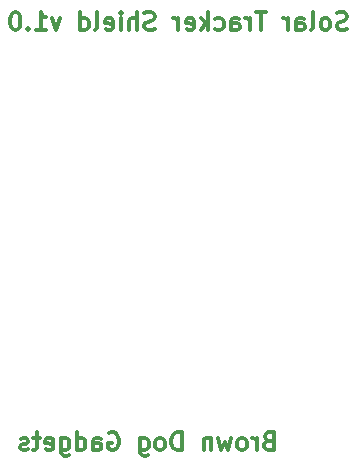
<source format=gbo>
%TF.GenerationSoftware,KiCad,Pcbnew,4.0.5-e0-6337~49~ubuntu16.04.1*%
%TF.CreationDate,2017-05-08T14:00:32-07:00*%
%TF.ProjectId,Arduino-Shield,41726475696E6F2D536869656C642E6B,1.0*%
%TF.FileFunction,Legend,Bot*%
%FSLAX46Y46*%
G04 Gerber Fmt 4.6, Leading zero omitted, Abs format (unit mm)*
G04 Created by KiCad (PCBNEW 4.0.5-e0-6337~49~ubuntu16.04.1) date Mon May  8 14:00:32 2017*
%MOMM*%
%LPD*%
G01*
G04 APERTURE LIST*
%ADD10C,0.350000*%
%ADD11C,0.300000*%
%ADD12C,2.151380*%
%ADD13R,2.184400X1.879600*%
%ADD14O,2.184400X1.879600*%
%ADD15R,2.184400X2.184400*%
%ADD16O,2.184400X2.184400*%
%ADD17O,1.676400X2.692400*%
G04 APERTURE END LIST*
D10*
D11*
X50536714Y-91205857D02*
X50322428Y-91277286D01*
X50251000Y-91348714D01*
X50179571Y-91491571D01*
X50179571Y-91705857D01*
X50251000Y-91848714D01*
X50322428Y-91920143D01*
X50465286Y-91991571D01*
X51036714Y-91991571D01*
X51036714Y-90491571D01*
X50536714Y-90491571D01*
X50393857Y-90563000D01*
X50322428Y-90634429D01*
X50251000Y-90777286D01*
X50251000Y-90920143D01*
X50322428Y-91063000D01*
X50393857Y-91134429D01*
X50536714Y-91205857D01*
X51036714Y-91205857D01*
X49536714Y-91991571D02*
X49536714Y-90991571D01*
X49536714Y-91277286D02*
X49465286Y-91134429D01*
X49393857Y-91063000D01*
X49251000Y-90991571D01*
X49108143Y-90991571D01*
X48393857Y-91991571D02*
X48536715Y-91920143D01*
X48608143Y-91848714D01*
X48679572Y-91705857D01*
X48679572Y-91277286D01*
X48608143Y-91134429D01*
X48536715Y-91063000D01*
X48393857Y-90991571D01*
X48179572Y-90991571D01*
X48036715Y-91063000D01*
X47965286Y-91134429D01*
X47893857Y-91277286D01*
X47893857Y-91705857D01*
X47965286Y-91848714D01*
X48036715Y-91920143D01*
X48179572Y-91991571D01*
X48393857Y-91991571D01*
X47393857Y-90991571D02*
X47108143Y-91991571D01*
X46822429Y-91277286D01*
X46536714Y-91991571D01*
X46251000Y-90991571D01*
X45679571Y-90991571D02*
X45679571Y-91991571D01*
X45679571Y-91134429D02*
X45608143Y-91063000D01*
X45465285Y-90991571D01*
X45251000Y-90991571D01*
X45108143Y-91063000D01*
X45036714Y-91205857D01*
X45036714Y-91991571D01*
X43179571Y-91991571D02*
X43179571Y-90491571D01*
X42822428Y-90491571D01*
X42608143Y-90563000D01*
X42465285Y-90705857D01*
X42393857Y-90848714D01*
X42322428Y-91134429D01*
X42322428Y-91348714D01*
X42393857Y-91634429D01*
X42465285Y-91777286D01*
X42608143Y-91920143D01*
X42822428Y-91991571D01*
X43179571Y-91991571D01*
X41465285Y-91991571D02*
X41608143Y-91920143D01*
X41679571Y-91848714D01*
X41751000Y-91705857D01*
X41751000Y-91277286D01*
X41679571Y-91134429D01*
X41608143Y-91063000D01*
X41465285Y-90991571D01*
X41251000Y-90991571D01*
X41108143Y-91063000D01*
X41036714Y-91134429D01*
X40965285Y-91277286D01*
X40965285Y-91705857D01*
X41036714Y-91848714D01*
X41108143Y-91920143D01*
X41251000Y-91991571D01*
X41465285Y-91991571D01*
X39679571Y-90991571D02*
X39679571Y-92205857D01*
X39751000Y-92348714D01*
X39822428Y-92420143D01*
X39965285Y-92491571D01*
X40179571Y-92491571D01*
X40322428Y-92420143D01*
X39679571Y-91920143D02*
X39822428Y-91991571D01*
X40108142Y-91991571D01*
X40251000Y-91920143D01*
X40322428Y-91848714D01*
X40393857Y-91705857D01*
X40393857Y-91277286D01*
X40322428Y-91134429D01*
X40251000Y-91063000D01*
X40108142Y-90991571D01*
X39822428Y-90991571D01*
X39679571Y-91063000D01*
X37036714Y-90563000D02*
X37179571Y-90491571D01*
X37393857Y-90491571D01*
X37608142Y-90563000D01*
X37751000Y-90705857D01*
X37822428Y-90848714D01*
X37893857Y-91134429D01*
X37893857Y-91348714D01*
X37822428Y-91634429D01*
X37751000Y-91777286D01*
X37608142Y-91920143D01*
X37393857Y-91991571D01*
X37251000Y-91991571D01*
X37036714Y-91920143D01*
X36965285Y-91848714D01*
X36965285Y-91348714D01*
X37251000Y-91348714D01*
X35679571Y-91991571D02*
X35679571Y-91205857D01*
X35751000Y-91063000D01*
X35893857Y-90991571D01*
X36179571Y-90991571D01*
X36322428Y-91063000D01*
X35679571Y-91920143D02*
X35822428Y-91991571D01*
X36179571Y-91991571D01*
X36322428Y-91920143D01*
X36393857Y-91777286D01*
X36393857Y-91634429D01*
X36322428Y-91491571D01*
X36179571Y-91420143D01*
X35822428Y-91420143D01*
X35679571Y-91348714D01*
X34322428Y-91991571D02*
X34322428Y-90491571D01*
X34322428Y-91920143D02*
X34465285Y-91991571D01*
X34750999Y-91991571D01*
X34893857Y-91920143D01*
X34965285Y-91848714D01*
X35036714Y-91705857D01*
X35036714Y-91277286D01*
X34965285Y-91134429D01*
X34893857Y-91063000D01*
X34750999Y-90991571D01*
X34465285Y-90991571D01*
X34322428Y-91063000D01*
X32965285Y-90991571D02*
X32965285Y-92205857D01*
X33036714Y-92348714D01*
X33108142Y-92420143D01*
X33250999Y-92491571D01*
X33465285Y-92491571D01*
X33608142Y-92420143D01*
X32965285Y-91920143D02*
X33108142Y-91991571D01*
X33393856Y-91991571D01*
X33536714Y-91920143D01*
X33608142Y-91848714D01*
X33679571Y-91705857D01*
X33679571Y-91277286D01*
X33608142Y-91134429D01*
X33536714Y-91063000D01*
X33393856Y-90991571D01*
X33108142Y-90991571D01*
X32965285Y-91063000D01*
X31679571Y-91920143D02*
X31822428Y-91991571D01*
X32108142Y-91991571D01*
X32250999Y-91920143D01*
X32322428Y-91777286D01*
X32322428Y-91205857D01*
X32250999Y-91063000D01*
X32108142Y-90991571D01*
X31822428Y-90991571D01*
X31679571Y-91063000D01*
X31608142Y-91205857D01*
X31608142Y-91348714D01*
X32322428Y-91491571D01*
X31179571Y-90991571D02*
X30608142Y-90991571D01*
X30965285Y-90491571D02*
X30965285Y-91777286D01*
X30893857Y-91920143D01*
X30750999Y-91991571D01*
X30608142Y-91991571D01*
X30179571Y-91920143D02*
X30036714Y-91991571D01*
X29750999Y-91991571D01*
X29608142Y-91920143D01*
X29536714Y-91777286D01*
X29536714Y-91705857D01*
X29608142Y-91563000D01*
X29750999Y-91491571D01*
X29965285Y-91491571D01*
X30108142Y-91420143D01*
X30179571Y-91277286D01*
X30179571Y-91205857D01*
X30108142Y-91063000D01*
X29965285Y-90991571D01*
X29750999Y-90991571D01*
X29608142Y-91063000D01*
X57175998Y-56360143D02*
X56961712Y-56431571D01*
X56604569Y-56431571D01*
X56461712Y-56360143D01*
X56390283Y-56288714D01*
X56318855Y-56145857D01*
X56318855Y-56003000D01*
X56390283Y-55860143D01*
X56461712Y-55788714D01*
X56604569Y-55717286D01*
X56890283Y-55645857D01*
X57033141Y-55574429D01*
X57104569Y-55503000D01*
X57175998Y-55360143D01*
X57175998Y-55217286D01*
X57104569Y-55074429D01*
X57033141Y-55003000D01*
X56890283Y-54931571D01*
X56533141Y-54931571D01*
X56318855Y-55003000D01*
X55461712Y-56431571D02*
X55604570Y-56360143D01*
X55675998Y-56288714D01*
X55747427Y-56145857D01*
X55747427Y-55717286D01*
X55675998Y-55574429D01*
X55604570Y-55503000D01*
X55461712Y-55431571D01*
X55247427Y-55431571D01*
X55104570Y-55503000D01*
X55033141Y-55574429D01*
X54961712Y-55717286D01*
X54961712Y-56145857D01*
X55033141Y-56288714D01*
X55104570Y-56360143D01*
X55247427Y-56431571D01*
X55461712Y-56431571D01*
X54104569Y-56431571D02*
X54247427Y-56360143D01*
X54318855Y-56217286D01*
X54318855Y-54931571D01*
X52890284Y-56431571D02*
X52890284Y-55645857D01*
X52961713Y-55503000D01*
X53104570Y-55431571D01*
X53390284Y-55431571D01*
X53533141Y-55503000D01*
X52890284Y-56360143D02*
X53033141Y-56431571D01*
X53390284Y-56431571D01*
X53533141Y-56360143D01*
X53604570Y-56217286D01*
X53604570Y-56074429D01*
X53533141Y-55931571D01*
X53390284Y-55860143D01*
X53033141Y-55860143D01*
X52890284Y-55788714D01*
X52175998Y-56431571D02*
X52175998Y-55431571D01*
X52175998Y-55717286D02*
X52104570Y-55574429D01*
X52033141Y-55503000D01*
X51890284Y-55431571D01*
X51747427Y-55431571D01*
X50318856Y-54931571D02*
X49461713Y-54931571D01*
X49890284Y-56431571D02*
X49890284Y-54931571D01*
X48961713Y-56431571D02*
X48961713Y-55431571D01*
X48961713Y-55717286D02*
X48890285Y-55574429D01*
X48818856Y-55503000D01*
X48675999Y-55431571D01*
X48533142Y-55431571D01*
X47390285Y-56431571D02*
X47390285Y-55645857D01*
X47461714Y-55503000D01*
X47604571Y-55431571D01*
X47890285Y-55431571D01*
X48033142Y-55503000D01*
X47390285Y-56360143D02*
X47533142Y-56431571D01*
X47890285Y-56431571D01*
X48033142Y-56360143D01*
X48104571Y-56217286D01*
X48104571Y-56074429D01*
X48033142Y-55931571D01*
X47890285Y-55860143D01*
X47533142Y-55860143D01*
X47390285Y-55788714D01*
X46033142Y-56360143D02*
X46175999Y-56431571D01*
X46461713Y-56431571D01*
X46604571Y-56360143D01*
X46675999Y-56288714D01*
X46747428Y-56145857D01*
X46747428Y-55717286D01*
X46675999Y-55574429D01*
X46604571Y-55503000D01*
X46461713Y-55431571D01*
X46175999Y-55431571D01*
X46033142Y-55503000D01*
X45390285Y-56431571D02*
X45390285Y-54931571D01*
X45247428Y-55860143D02*
X44818857Y-56431571D01*
X44818857Y-55431571D02*
X45390285Y-56003000D01*
X43604571Y-56360143D02*
X43747428Y-56431571D01*
X44033142Y-56431571D01*
X44175999Y-56360143D01*
X44247428Y-56217286D01*
X44247428Y-55645857D01*
X44175999Y-55503000D01*
X44033142Y-55431571D01*
X43747428Y-55431571D01*
X43604571Y-55503000D01*
X43533142Y-55645857D01*
X43533142Y-55788714D01*
X44247428Y-55931571D01*
X42890285Y-56431571D02*
X42890285Y-55431571D01*
X42890285Y-55717286D02*
X42818857Y-55574429D01*
X42747428Y-55503000D01*
X42604571Y-55431571D01*
X42461714Y-55431571D01*
X40890286Y-56360143D02*
X40676000Y-56431571D01*
X40318857Y-56431571D01*
X40176000Y-56360143D01*
X40104571Y-56288714D01*
X40033143Y-56145857D01*
X40033143Y-56003000D01*
X40104571Y-55860143D01*
X40176000Y-55788714D01*
X40318857Y-55717286D01*
X40604571Y-55645857D01*
X40747429Y-55574429D01*
X40818857Y-55503000D01*
X40890286Y-55360143D01*
X40890286Y-55217286D01*
X40818857Y-55074429D01*
X40747429Y-55003000D01*
X40604571Y-54931571D01*
X40247429Y-54931571D01*
X40033143Y-55003000D01*
X39390286Y-56431571D02*
X39390286Y-54931571D01*
X38747429Y-56431571D02*
X38747429Y-55645857D01*
X38818858Y-55503000D01*
X38961715Y-55431571D01*
X39176000Y-55431571D01*
X39318858Y-55503000D01*
X39390286Y-55574429D01*
X38033143Y-56431571D02*
X38033143Y-55431571D01*
X38033143Y-54931571D02*
X38104572Y-55003000D01*
X38033143Y-55074429D01*
X37961715Y-55003000D01*
X38033143Y-54931571D01*
X38033143Y-55074429D01*
X36747429Y-56360143D02*
X36890286Y-56431571D01*
X37176000Y-56431571D01*
X37318857Y-56360143D01*
X37390286Y-56217286D01*
X37390286Y-55645857D01*
X37318857Y-55503000D01*
X37176000Y-55431571D01*
X36890286Y-55431571D01*
X36747429Y-55503000D01*
X36676000Y-55645857D01*
X36676000Y-55788714D01*
X37390286Y-55931571D01*
X35818857Y-56431571D02*
X35961715Y-56360143D01*
X36033143Y-56217286D01*
X36033143Y-54931571D01*
X34604572Y-56431571D02*
X34604572Y-54931571D01*
X34604572Y-56360143D02*
X34747429Y-56431571D01*
X35033143Y-56431571D01*
X35176001Y-56360143D01*
X35247429Y-56288714D01*
X35318858Y-56145857D01*
X35318858Y-55717286D01*
X35247429Y-55574429D01*
X35176001Y-55503000D01*
X35033143Y-55431571D01*
X34747429Y-55431571D01*
X34604572Y-55503000D01*
X32890286Y-55431571D02*
X32533143Y-56431571D01*
X32176001Y-55431571D01*
X30818858Y-56431571D02*
X31676001Y-56431571D01*
X31247429Y-56431571D02*
X31247429Y-54931571D01*
X31390286Y-55145857D01*
X31533144Y-55288714D01*
X31676001Y-55360143D01*
X30176001Y-56288714D02*
X30104573Y-56360143D01*
X30176001Y-56431571D01*
X30247430Y-56360143D01*
X30176001Y-56288714D01*
X30176001Y-56431571D01*
X29176001Y-54931571D02*
X29033144Y-54931571D01*
X28890287Y-55003000D01*
X28818858Y-55074429D01*
X28747429Y-55217286D01*
X28676001Y-55503000D01*
X28676001Y-55860143D01*
X28747429Y-56145857D01*
X28818858Y-56288714D01*
X28890287Y-56360143D01*
X29033144Y-56431571D01*
X29176001Y-56431571D01*
X29318858Y-56360143D01*
X29390287Y-56288714D01*
X29461715Y-56145857D01*
X29533144Y-55860143D01*
X29533144Y-55503000D01*
X29461715Y-55217286D01*
X29390287Y-55074429D01*
X29318858Y-55003000D01*
X29176001Y-54931571D01*
%LPC*%
D12*
X44831000Y-69723000D03*
X37211000Y-69723000D03*
X44831000Y-77343000D03*
X37211000Y-77343000D03*
X44831000Y-62103000D03*
X37211000Y-62103000D03*
X44831000Y-84963000D03*
X37211000Y-84963000D03*
D13*
X30226000Y-79883000D03*
D14*
X30226000Y-82423000D03*
X30226000Y-84963000D03*
D13*
X30226000Y-64643000D03*
D14*
X30226000Y-67183000D03*
X30226000Y-69723000D03*
D15*
X52451000Y-79883000D03*
D16*
X52451000Y-77343000D03*
X52451000Y-74803000D03*
X52451000Y-72263000D03*
X52451000Y-69723000D03*
D17*
X58928000Y-98552000D03*
X51308000Y-98552000D03*
X53848000Y-98552000D03*
X56388000Y-98552000D03*
X46228000Y-98552000D03*
X43688000Y-98552000D03*
X41148000Y-98552000D03*
X36068000Y-98552000D03*
X33528000Y-98552000D03*
X58928000Y-50292000D03*
X56388000Y-50292000D03*
X53848000Y-50292000D03*
X51308000Y-50292000D03*
X48768000Y-50292000D03*
X46228000Y-50292000D03*
X42164000Y-50292000D03*
X39624000Y-50292000D03*
X37084000Y-50292000D03*
X34544000Y-50292000D03*
X32004000Y-50292000D03*
X29464000Y-50292000D03*
X26924000Y-50292000D03*
X24384000Y-50292000D03*
X38608000Y-98552000D03*
X30988000Y-98552000D03*
X28448000Y-98552000D03*
M02*

</source>
